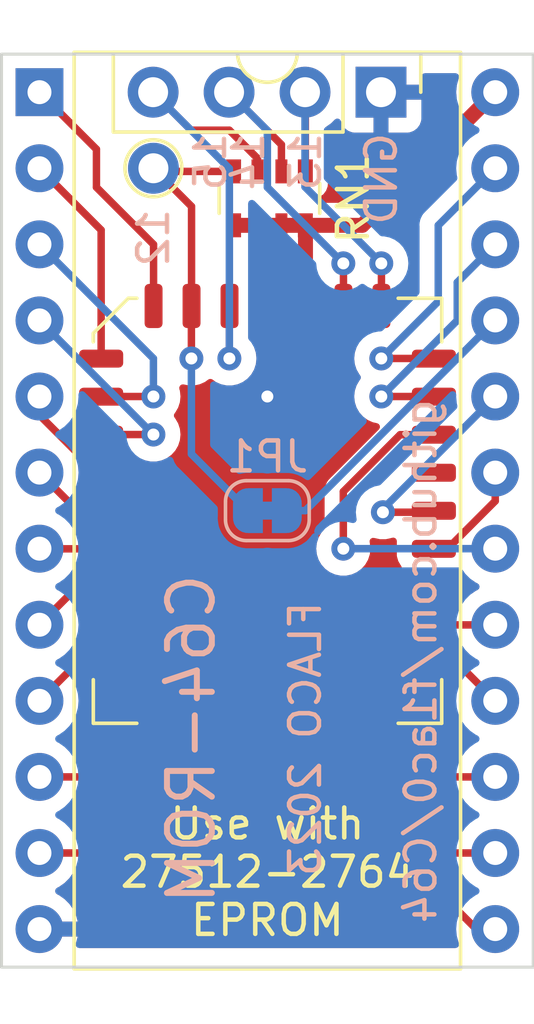
<source format=kicad_pcb>
(kicad_pcb (version 20221018) (generator pcbnew)
  (title_block (title "C64-ROM-PLCC") (date "2023-03-03") (rev "0.1") (company "FLACO 2023") (comment 1 "Adapted from https://github.com/SukkoPera/Open2327RomAdapter"))
  (layers (0 "F.Cu" signal) (31 "B.Cu" signal) (34 "B.Paste" user) (35 "F.Paste" user) (36 "B.SilkS" user "B.Silkscreen") (37 "F.SilkS" user "F.Silkscreen") (38 "B.Mask" user) (39 "F.Mask" user) (44 "Edge.Cuts" user))
  (net 0 "")
  (net 1 "/A7")
  (net 2 "/A6")
  (net 3 "/A5")
  (net 4 "/A4")
  (net 5 "/A3")
  (net 6 "/A2")
  (net 7 "/A1")
  (net 8 "/A0")
  (net 9 "/D0")
  (net 10 "/D1")
  (net 11 "/D2")
  (net 12 "GND")
  (net 13 "/D3")
  (net 14 "/D4")
  (net 15 "/D5")
  (net 16 "/D6")
  (net 17 "/D7")
  (net 18 "/A11")
  (net 19 "/A10")
  (net 20 "/{slash}CE")
  (net 21 "/A12")
  (net 22 "/A9")
  (net 23 "/A8")
  (net 24 "+5V")
  (net 25 "/ROMA13")
  (net 26 "/ROMA14")
  (net 27 "/ROMA15")
  (net 28 "/ROMA12")
  (footprint "Resistor_SMD:R_Array_Convex_4x0603" (layer "F.Cu") (at 134.69 79.745 -90)
    (fp_text reference "RN1" (at 0 -2.8 90) (layer "F.SilkS"))
    (fp_text value "10k")
    (fp_line (start 0.5 -1.68) (end -0.5 -1.68) (stroke (width 0.12)) (layer "F.SilkS"))
    (fp_line (start 0.5 1.68) (end -0.5 1.68) (stroke (width 0.12)) (layer "F.SilkS"))
    (pad "1" smd rect (at -0.9 -1.2 270) (size 0.8 0.5) (layers "F.Cu" "F.Paste" "F.Mask") (net 25 "/ROMA13"))
    (pad "2" smd rect (at -0.9 -0.4 270) (size 0.8 0.4) (layers "F.Cu" "F.Paste" "F.Mask") (net 26 "/ROMA14"))
    (pad "3" smd rect (at -0.9 0.4 270) (size 0.8 0.4) (layers "F.Cu" "F.Paste" "F.Mask") (net 27 "/ROMA15"))
    (pad "4" smd rect (at -0.9 1.2 270) (size 0.8 0.5) (layers "F.Cu" "F.Paste" "F.Mask") (net 28 "/ROMA12"))
    (pad "5" smd rect (at 0.9 1.2 270) (size 0.8 0.5) (layers "F.Cu" "F.Paste" "F.Mask") (net 24 "+5V"))
    (pad "6" smd rect (at 0.9 0.4 270) (size 0.8 0.4) (layers "F.Cu" "F.Paste" "F.Mask") (net 24 "+5V"))
    (pad "7" smd rect (at 0.9 -0.4 270) (size 0.8 0.4) (layers "F.Cu" "F.Paste" "F.Mask") (net 24 "+5V"))
    (pad "8" smd rect (at 0.9 -1.2 270) (size 0.8 0.5) (layers "F.Cu" "F.Paste" "F.Mask") (net 24 "+5V"))
  )
  (footprint "Connector_PinHeader_2.54mm:PinHeader_1x04_P2.54mm_Vertical" (layer "F.Cu") (at 138.42 76.2 -90)
    (fp_text reference "J2" hide)
    (fp_text value "A13-15")
    (fp_line (start -1.33 -1.33) (end 0 -1.33) (stroke (width 0.12)) (layer "F.SilkS"))
    (fp_line (start -1.33 0) (end -1.33 -1.33) (stroke (width 0.12)) (layer "F.SilkS"))
    (fp_line (start -1.33 1.27) (end -1.33 8.95) (stroke (width 0.12)) (layer "F.SilkS"))
    (fp_line (start -1.33 1.27) (end 1.33 1.27) (stroke (width 0.12)) (layer "F.SilkS"))
    (fp_line (start -1.33 8.95) (end 1.33 8.95) (stroke (width 0.12)) (layer "F.SilkS"))
    (fp_line (start 1.33 1.27) (end 1.33 8.95) (stroke (width 0.12)) (layer "F.SilkS"))
    (pad "1" thru_hole rect (at 0 0 270) (size 1.7 1.7) (drill 1) (layers "*.Cu" "*.Mask") (net 12 "GND"))
    (pad "2" thru_hole oval (at 0 2.54 270) (size 1.7 1.7) (drill 1) (layers "*.Cu" "*.Mask") (net 25 "/ROMA13"))
    (pad "3" thru_hole oval (at 0 5.08 270) (size 1.7 1.7) (drill 1) (layers "*.Cu" "*.Mask") (net 26 "/ROMA14"))
    (pad "4" thru_hole oval (at 0 7.62 270) (size 1.7 1.7) (drill 1) (layers "*.Cu" "*.Mask") (net 27 "/ROMA15"))
  )
  (footprint "Sassa:TestPoint_THTPad_D1.7mm_Drill1.0mm" (layer "F.Cu") (at 130.81 78.74)
    (fp_text reference "J3" hide)
    (fp_text value "A12")
    (fp_circle (center 0 0) (end 0 0.95) (stroke (width 0.12)) (fill none) (layer "F.SilkS"))
    (pad "1" thru_hole circle (at 0 0) (size 1.7 1.7) (drill 1) (layers "*.Cu" "*.Mask") (net 28 "/ROMA12"))
  )
  (footprint "Package_LCC:PLCC-32_11.4x14.0mm_P1.27mm" (layer "F.Cu") (at 134.625 90.175)
    (fp_text reference "U1" hide)
    (fp_text value "27C512PLCC")
    (fp_line (start -5.825 -5.922782) (end -5.825 -5.64) (stroke (width 0.12)) (layer "F.SilkS"))
    (fp_line (start -5.825 7.095) (end -5.825 5.64) (stroke (width 0.12)) (layer "F.SilkS"))
    (fp_line (start -4.652782 -7.095) (end -5.825 -5.922782) (stroke (width 0.12)) (layer "F.SilkS"))
    (fp_line (start -4.37 -7.095) (end -4.652782 -7.095) (stroke (width 0.12)) (layer "F.SilkS"))
    (fp_line (start -4.37 7.095) (end -5.825 7.095) (stroke (width 0.12)) (layer "F.SilkS"))
    (fp_line (start 4.37 -7.095) (end 5.825 -7.095) (stroke (width 0.12)) (layer "F.SilkS"))
    (fp_line (start 4.37 7.095) (end 5.825 7.095) (stroke (width 0.12)) (layer "F.SilkS"))
    (fp_line (start 5.825 -7.095) (end 5.825 -5.64) (stroke (width 0.12)) (layer "F.SilkS"))
    (fp_line (start 5.825 7.095) (end 5.825 5.64) (stroke (width 0.12)) (layer "F.SilkS"))
    (pad "1" smd roundrect (at 0 -6.8375) (size 0.6 1.475) (layers "F.Cu" "F.Paste" "F.Mask"))
    (pad "2" smd roundrect (at -1.27 -6.8375) (size 0.6 1.475) (layers "F.Cu" "F.Paste" "F.Mask") (net 27 "/ROMA15"))
    (pad "3" smd roundrect (at -2.54 -6.8375) (size 0.6 1.475) (layers "F.Cu" "F.Paste" "F.Mask") (net 28 "/ROMA12"))
    (pad "4" smd roundrect (at -3.81 -6.8375) (size 0.6 1.475) (layers "F.Cu" "F.Paste" "F.Mask") (net 1 "/A7"))
    (pad "5" smd roundrect (at -5.5625 -5.08) (size 1.475 0.6) (layers "F.Cu" "F.Paste" "F.Mask") (net 2 "/A6"))
    (pad "6" smd roundrect (at -5.5625 -3.81) (size 1.475 0.6) (layers "F.Cu" "F.Paste" "F.Mask") (net 3 "/A5"))
    (pad "7" smd roundrect (at -5.5625 -2.54) (size 1.475 0.6) (layers "F.Cu" "F.Paste" "F.Mask") (net 4 "/A4"))
    (pad "8" smd roundrect (at -5.5625 -1.27) (size 1.475 0.6) (layers "F.Cu" "F.Paste" "F.Mask") (net 5 "/A3"))
    (pad "9" smd roundrect (at -5.5625 0) (size 1.475 0.6) (layers "F.Cu" "F.Paste" "F.Mask") (net 6 "/A2"))
    (pad "10" smd roundrect (at -5.5625 1.27) (size 1.475 0.6) (layers "F.Cu" "F.Paste" "F.Mask") (net 7 "/A1"))
    (pad "11" smd roundrect (at -5.5625 2.54) (size 1.475 0.6) (layers "F.Cu" "F.Paste" "F.Mask") (net 8 "/A0"))
    (pad "12" smd roundrect (at -5.5625 3.81) (size 1.475 0.6) (layers "F.Cu" "F.Paste" "F.Mask"))
    (pad "13" smd roundrect (at -5.5625 5.08) (size 1.475 0.6) (layers "F.Cu" "F.Paste" "F.Mask") (net 9 "/D0"))
    (pad "14" smd roundrect (at -3.81 6.8375) (size 0.6 1.475) (layers "F.Cu" "F.Paste" "F.Mask") (net 10 "/D1"))
    (pad "15" smd roundrect (at -2.54 6.8375) (size 0.6 1.475) (layers "F.Cu" "F.Paste" "F.Mask") (net 11 "/D2"))
    (pad "16" smd roundrect (at -1.27 6.8375) (size 0.6 1.475) (layers "F.Cu" "F.Paste" "F.Mask") (net 12 "GND"))
    (pad "17" smd roundrect (at 0 6.8375) (size 0.6 1.475) (layers "F.Cu" "F.Paste" "F.Mask"))
    (pad "18" smd roundrect (at 1.27 6.8375) (size 0.6 1.475) (layers "F.Cu" "F.Paste" "F.Mask") (net 13 "/D3"))
    (pad "19" smd roundrect (at 2.54 6.8375) (size 0.6 1.475) (layers "F.Cu" "F.Paste" "F.Mask") (net 14 "/D4"))
    (pad "20" smd roundrect (at 3.81 6.8375) (size 0.6 1.475) (layers "F.Cu" "F.Paste" "F.Mask") (net 15 "/D5"))
    (pad "21" smd roundrect (at 5.5625 5.08) (size 1.475 0.6) (layers "F.Cu" "F.Paste" "F.Mask") (net 16 "/D6"))
    (pad "22" smd roundrect (at 5.5625 3.81) (size 1.475 0.6) (layers "F.Cu" "F.Paste" "F.Mask") (net 17 "/D7"))
    (pad "23" smd roundrect (at 5.5625 2.54) (size 1.475 0.6) (layers "F.Cu" "F.Paste" "F.Mask") (net 12 "GND"))
    (pad "24" smd roundrect (at 5.5625 1.27) (size 1.475 0.6) (layers "F.Cu" "F.Paste" "F.Mask") (net 19 "/A10"))
    (pad "25" smd roundrect (at 5.5625 0) (size 1.475 0.6) (layers "F.Cu" "F.Paste" "F.Mask") (net 20 "/{slash}CE"))
    (pad "26" smd roundrect (at 5.5625 -1.27) (size 1.475 0.6) (layers "F.Cu" "F.Paste" "F.Mask"))
    (pad "27" smd roundrect (at 5.5625 -2.54) (size 1.475 0.6) (layers "F.Cu" "F.Paste" "F.Mask") (net 18 "/A11"))
    (pad "28" smd roundrect (at 5.5625 -3.81) (size 1.475 0.6) (layers "F.Cu" "F.Paste" "F.Mask") (net 22 "/A9"))
    (pad "29" smd roundrect (at 5.5625 -5.08) (size 1.475 0.6) (layers "F.Cu" "F.Paste" "F.Mask") (net 23 "/A8"))
    (pad "30" smd roundrect (at 3.81 -6.8375) (size 0.6 1.475) (layers "F.Cu" "F.Paste" "F.Mask") (net 25 "/ROMA13"))
    (pad "31" smd roundrect (at 2.54 -6.8375) (size 0.6 1.475) (layers "F.Cu" "F.Paste" "F.Mask") (net 26 "/ROMA14"))
    (pad "32" smd roundrect (at 1.27 -6.8375) (size 0.6 1.475) (layers "F.Cu" "F.Paste" "F.Mask") (net 24 "+5V"))
  )
  (footprint "Package_DIP:DIP-24_W15.24mm" (layer "F.Cu") (at 127 76.2)
    (fp_text reference "J1" hide)
    (fp_text value "C64_ROM_socket")
    (fp_line (start 1.16 -1.33) (end 1.16 29.27) (stroke (width 0.12)) (layer "F.SilkS"))
    (fp_line (start 1.16 29.27) (end 14.08 29.27) (stroke (width 0.12)) (layer "F.SilkS"))
    (fp_line (start 6.62 -1.33) (end 1.16 -1.33) (stroke (width 0.12)) (layer "F.SilkS"))
    (fp_line (start 14.08 -1.33) (end 8.62 -1.33) (stroke (width 0.12)) (layer "F.SilkS"))
    (fp_line (start 14.08 29.27) (end 14.08 -1.33) (stroke (width 0.12)) (layer "F.SilkS"))
    (fp_arc (start 8.62 -1.33) (mid 7.62 -0.33) (end 6.62 -1.33) (stroke (width 0.12)) (layer "F.SilkS"))
    (pad "1" thru_hole rect (at 0 0) (size 1.6 1.6) (drill 0.8) (layers "*.Cu" "*.Mask") (net 1 "/A7"))
    (pad "2" thru_hole oval (at 0 2.54) (size 1.6 1.6) (drill 0.8) (layers "*.Cu" "*.Mask") (net 2 "/A6"))
    (pad "3" thru_hole oval (at 0 5.08) (size 1.6 1.6) (drill 0.8) (layers "*.Cu" "*.Mask") (net 3 "/A5"))
    (pad "4" thru_hole oval (at 0 7.62) (size 1.6 1.6) (drill 0.8) (layers "*.Cu" "*.Mask") (net 4 "/A4"))
    (pad "5" thru_hole oval (at 0 10.16) (size 1.6 1.6) (drill 0.8) (layers "*.Cu" "*.Mask") (net 5 "/A3"))
    (pad "6" thru_hole oval (at 0 12.7) (size 1.6 1.6) (drill 0.8) (layers "*.Cu" "*.Mask") (net 6 "/A2"))
    (pad "7" thru_hole oval (at 0 15.24) (size 1.6 1.6) (drill 0.8) (layers "*.Cu" "*.Mask") (net 7 "/A1"))
    (pad "8" thru_hole oval (at 0 17.78) (size 1.6 1.6) (drill 0.8) (layers "*.Cu" "*.Mask") (net 8 "/A0"))
    (pad "9" thru_hole oval (at 0 20.32) (size 1.6 1.6) (drill 0.8) (layers "*.Cu" "*.Mask") (net 9 "/D0"))
    (pad "10" thru_hole oval (at 0 22.86) (size 1.6 1.6) (drill 0.8) (layers "*.Cu" "*.Mask") (net 10 "/D1"))
    (pad "11" thru_hole oval (at 0 25.4) (size 1.6 1.6) (drill 0.8) (layers "*.Cu" "*.Mask") (net 11 "/D2"))
    (pad "12" thru_hole oval (at 0 27.94) (size 1.6 1.6) (drill 0.8) (layers "*.Cu" "*.Mask") (net 12 "GND"))
    (pad "13" thru_hole oval (at 15.24 27.94) (size 1.6 1.6) (drill 0.8) (layers "*.Cu" "*.Mask") (net 13 "/D3"))
    (pad "14" thru_hole oval (at 15.24 25.4) (size 1.6 1.6) (drill 0.8) (layers "*.Cu" "*.Mask") (net 14 "/D4"))
    (pad "15" thru_hole oval (at 15.24 22.86) (size 1.6 1.6) (drill 0.8) (layers "*.Cu" "*.Mask") (net 15 "/D5"))
    (pad "16" thru_hole oval (at 15.24 20.32) (size 1.6 1.6) (drill 0.8) (layers "*.Cu" "*.Mask") (net 16 "/D6"))
    (pad "17" thru_hole oval (at 15.24 17.78) (size 1.6 1.6) (drill 0.8) (layers "*.Cu" "*.Mask") (net 17 "/D7"))
    (pad "18" thru_hole oval (at 15.24 15.24) (size 1.6 1.6) (drill 0.8) (layers "*.Cu" "*.Mask") (net 18 "/A11"))
    (pad "19" thru_hole oval (at 15.24 12.7) (size 1.6 1.6) (drill 0.8) (layers "*.Cu" "*.Mask") (net 19 "/A10"))
    (pad "20" thru_hole oval (at 15.24 10.16) (size 1.6 1.6) (drill 0.8) (layers "*.Cu" "*.Mask") (net 20 "/{slash}CE"))
    (pad "21" thru_hole oval (at 15.24 7.62) (size 1.6 1.6) (drill 0.8) (layers "*.Cu" "*.Mask") (net 21 "/A12"))
    (pad "22" thru_hole oval (at 15.24 5.08) (size 1.6 1.6) (drill 0.8) (layers "*.Cu" "*.Mask") (net 22 "/A9"))
    (pad "23" thru_hole oval (at 15.24 2.54) (size 1.6 1.6) (drill 0.8) (layers "*.Cu" "*.Mask") (net 23 "/A8"))
    (pad "24" thru_hole oval (at 15.24 0) (size 1.6 1.6) (drill 0.8) (layers "*.Cu" "*.Mask") (net 24 "+5V"))
  )
  (footprint "Jumper:SolderJumper-2_P1.3mm_Bridged_RoundedPad1.0x1.5mm" (layer "B.Cu") (at 134.62 90.17 180)
    (fp_text reference "JP1" (at 0 1.8) (layer "B.SilkS") (effects (justify mirror)))
    (fp_text value "Jumper_2_Bridged")
    (fp_poly (pts (xy 0.25 0.3) (xy -0.25 0.3) (xy -0.25 -0.3) (xy 0.25 -0.3)) (fill solid) (layer "B.Cu"))
    (fp_line (start -1.4 -0.3) (end -1.4 0.3) (stroke (width 0.12)) (layer "B.SilkS"))
    (fp_line (start -0.7 1) (end 0.7 1) (stroke (width 0.12)) (layer "B.SilkS"))
    (fp_line (start 0.7 -1) (end -0.7 -1) (stroke (width 0.12)) (layer "B.SilkS"))
    (fp_line (start 1.4 0.3) (end 1.4 -0.3) (stroke (width 0.12)) (layer "B.SilkS"))
    (fp_arc (start -1.4 -0.3) (mid -1.194975 -0.794975) (end -0.7 -1) (stroke (width 0.12)) (layer "B.SilkS"))
    (fp_arc (start -0.7 1) (mid -1.194975 0.794975) (end -1.4 0.3) (stroke (width 0.12)) (layer "B.SilkS"))
    (fp_arc (start 0.7 -1) (mid 1.194975 -0.794975) (end 1.4 -0.3) (stroke (width 0.12)) (layer "B.SilkS"))
    (fp_arc (start 1.4 0.3) (mid 1.194975 0.794975) (end 0.7 1) (stroke (width 0.12)) (layer "B.SilkS"))
    (pad "1" smd custom (at -0.65 0 180) (size 1 0.5) (layers "B.Cu" "B.Mask") (net 21 "/A12") (options (clearance outline) (anchor rect)) (primitives (gr_circle (center 0 -0.25) (end 0.5 -0.25) (width 0) (fill yes)) (gr_circle (center 0 0.25) (end 0.5 0.25) (width 0) (fill yes)) (gr_poly (pts (xy 0.5 -0.75) (xy 0 -0.75) (xy 0 0.75) (xy 0.5 0.75)) (width 0) (fill yes))))
    (pad "2" smd custom (at 0.65 0 180) (size 1 0.5) (layers "B.Cu" "B.Mask") (net 28 "/ROMA12") (options (clearance outline) (anchor rect)) (primitives (gr_circle (center 0 -0.25) (end 0.5 -0.25) (width 0) (fill yes)) (gr_circle (center 0 0.25) (end 0.5 0.25) (width 0) (fill yes)) (gr_poly (pts (xy 0 -0.75) (xy -0.5 -0.75) (xy -0.5 0.75) (xy 0 0.75)) (width 0) (fill yes))))
  )
  (gr_line (start 143.51 105.41) (end 125.73 105.41) (stroke (width 0.1)) (layer "Edge.Cuts"))
  (gr_line (start 125.73 74.93) (end 143.51 74.93) (stroke (width 0.1)) (layer "Edge.Cuts"))
  (gr_line (start 125.73 105.41) (end 125.73 74.93) (stroke (width 0.1)) (layer "Edge.Cuts"))
  (gr_line (start 143.51 74.93) (end 143.51 105.41) (stroke (width 0.1)) (layer "Edge.Cuts"))
  (gr_text "12" (at 130.81 80.01 90) (layer "B.SilkS") (effects (font (size 1 1)) (justify left mirror)))
  (gr_text "14" (at 133.985 77.47 90) (layer "B.SilkS") (effects (font (size 1 1)) (justify left mirror)))
  (gr_text "GND" (at 138.43 77.47 90) (layer "B.SilkS") (effects (font (size 1 1)) (justify left mirror)))
  (gr_text "FLACO 2023" (at 135.89 97.79 90) (layer "B.SilkS") (effects (font (size 1 1)) (justify mirror)))
  (gr_text "13" (at 135.89 77.47 90) (layer "B.SilkS") (effects (font (size 1 1)) (justify left mirror)))
  (gr_text "C64-ROM" (at 132.08 97.79 90) (layer "B.SilkS") (effects (font (size 1.5 1.5) (thickness 0.2)) (justify mirror)))
  (gr_text "github.com/f1ac0/C64" (at 140.335 86.36 90) (layer "B.SilkS") (effects (font (size 1 1)) (justify left bottom mirror)))
  (gr_text "15" (at 132.715 77.47 90) (layer "B.SilkS") (effects (font (size 1 1)) (justify left mirror)))
  (gr_text "Use with\n27512-2764\nEPROM" (at 134.62 102.235) (layer "F.SilkS") (effects (font (size 1 1))))
  (segment (start 130.815 81.285) (end 128.905 79.375) (width 0.25) (layer "F.Cu") (net 1))
  (segment (start 128.905 78.105) (end 127 76.2) (width 0.25) (layer "F.Cu") (net 1))
  (segment (start 128.905 79.375) (end 128.905 78.105) (width 0.25) (layer "F.Cu") (net 1))
  (segment (start 130.815 83.3375) (end 130.815 81.285) (width 0.25) (layer "F.Cu") (net 1))
  (segment (start 129.0625 80.8025) (end 127 78.74) (width 0.25) (layer "F.Cu") (net 2))
  (segment (start 129.0625 85.095) (end 129.0625 80.8025) (width 0.25) (layer "F.Cu") (net 2))
  (segment (start 129.0675 86.36) (end 129.0625 86.365) (width 0.25) (layer "F.Cu") (net 3))
  (segment (start 130.81 86.36) (end 129.0675 86.36) (width 0.25) (layer "F.Cu") (net 3))
  (via (at 130.81 86.36) (size 0.8) (drill 0.4) (layers "F.Cu" "B.Cu") (net 3))
  (segment (start 127 81.28) (end 130.81 85.09) (width 0.25) (layer "B.Cu") (net 3))
  (segment (start 130.81 85.09) (end 130.81 86.36) (width 0.25) (layer "B.Cu") (net 3))
  (segment (start 129.0675 87.63) (end 129.0625 87.635) (width 0.25) (layer "F.Cu") (net 4))
  (segment (start 130.81 87.63) (end 129.0675 87.63) (width 0.25) (layer "F.Cu") (net 4))
  (via (at 130.81 87.63) (size 0.8) (drill 0.4) (layers "F.Cu" "B.Cu") (net 4))
  (segment (start 127 83.82) (end 130.81 87.63) (width 0.25) (layer "B.Cu") (net 4))
  (segment (start 127 86.981751) (end 127 86.36) (width 0.25) (layer "F.Cu") (net 5))
  (segment (start 128.923249 88.905) (end 127 86.981751) (width 0.25) (layer "F.Cu") (net 5))
  (segment (start 129.0625 88.905) (end 128.923249 88.905) (width 0.25) (layer "F.Cu") (net 5))
  (segment (start 128.275 90.175) (end 127 88.9) (width 0.25) (layer "F.Cu") (net 6))
  (segment (start 129.0625 90.175) (end 128.275 90.175) (width 0.25) (layer "F.Cu") (net 6))
  (segment (start 127.005 91.445) (end 127 91.44) (width 0.25) (layer "F.Cu") (net 7))
  (segment (start 129.0625 91.445) (end 127.005 91.445) (width 0.25) (layer "F.Cu") (net 7))
  (segment (start 129.0625 92.715) (end 128.265 92.715) (width 0.25) (layer "F.Cu") (net 8))
  (segment (start 128.265 92.715) (end 127 93.98) (width 0.25) (layer "F.Cu") (net 8))
  (segment (start 128.265 95.255) (end 127 96.52) (width 0.25) (layer "F.Cu") (net 9))
  (segment (start 129.0625 95.255) (end 128.265 95.255) (width 0.25) (layer "F.Cu") (net 9))
  (segment (start 130.815 98.35125) (end 130.10625 99.06) (width 0.25) (layer "F.Cu") (net 10))
  (segment (start 130.10625 99.06) (end 127 99.06) (width 0.25) (layer "F.Cu") (net 10))
  (segment (start 130.815 97.0125) (end 130.815 98.35125) (width 0.25) (layer "F.Cu") (net 10))
  (segment (start 128.905 101.6) (end 127 101.6) (width 0.25) (layer "F.Cu") (net 11))
  (segment (start 132.085 98.42) (end 128.905 101.6) (width 0.25) (layer "F.Cu") (net 11))
  (segment (start 132.085 97.0125) (end 132.085 98.42) (width 0.25) (layer "F.Cu") (net 11))
  (segment (start 130.81 104.14) (end 127 104.14) (width 0.5) (layer "F.Cu") (net 12))
  (segment (start 133.355 101.595) (end 130.81 104.14) (width 0.5) (layer "F.Cu") (net 12))
  (segment (start 133.355 97.0125) (end 133.355 101.595) (width 0.5) (layer "F.Cu") (net 12))
  (via (at 134.62 86.36) (size 0.8) (drill 0.4) (layers "F.Cu" "B.Cu") (net 12))
  (segment (start 135.895 97.0125) (end 135.895 98.43) (width 0.25) (layer "F.Cu") (net 13))
  (segment (start 135.895 98.43) (end 141.605 104.14) (width 0.25) (layer "F.Cu") (net 13))
  (segment (start 141.605 104.14) (end 142.24 104.14) (width 0.25) (layer "F.Cu") (net 13))
  (segment (start 137.165 97.0125) (end 137.165 98.43) (width 0.25) (layer "F.Cu") (net 14))
  (segment (start 137.165 98.43) (end 140.335 101.6) (width 0.25) (layer "F.Cu") (net 14))
  (segment (start 140.335 101.6) (end 142.24 101.6) (width 0.25) (layer "F.Cu") (net 14))
  (segment (start 138.435 98.35625) (end 139.13875 99.06) (width 0.25) (layer "F.Cu") (net 15))
  (segment (start 139.13875 99.06) (end 142.24 99.06) (width 0.25) (layer "F.Cu") (net 15))
  (segment (start 138.435 97.0125) (end 138.435 98.35625) (width 0.25) (layer "F.Cu") (net 15))
  (segment (start 140.975 95.255) (end 142.24 96.52) (width 0.25) (layer "F.Cu") (net 16))
  (segment (start 140.1875 95.255) (end 140.975 95.255) (width 0.25) (layer "F.Cu") (net 16))
  (segment (start 142.235 93.985) (end 142.24 93.98) (width 0.25) (layer "F.Cu") (net 17))
  (segment (start 140.1875 93.985) (end 142.235 93.985) (width 0.25) (layer "F.Cu") (net 17))
  (segment (start 137.16 89.535) (end 137.16 91.44) (width 0.25) (layer "F.Cu") (net 18))
  (segment (start 139.06 87.635) (end 137.16 89.535) (width 0.25) (layer "F.Cu") (net 18))
  (segment (start 140.1875 87.635) (end 139.06 87.635) (width 0.25) (layer "F.Cu") (net 18))
  (via (at 137.16 91.44) (size 0.8) (drill 0.4) (layers "F.Cu" "B.Cu") (net 18))
  (segment (start 137.16 91.44) (end 142.24 91.44) (width 0.25) (layer "B.Cu") (net 18))
  (segment (start 140.644009 91.445) (end 142.24 89.849009) (width 0.25) (layer "F.Cu") (net 19))
  (segment (start 142.24 89.849009) (end 142.24 88.9) (width 0.25) (layer "F.Cu") (net 19))
  (segment (start 140.1875 91.445) (end 140.644009 91.445) (width 0.25) (layer "F.Cu") (net 19))
  (segment (start 140.138576 90.223924) (end 140.1875 90.175) (width 0.25) (layer "F.Cu") (net 20))
  (segment (start 138.483924 90.223924) (end 140.138576 90.223924) (width 0.25) (layer "F.Cu") (net 20))
  (via (at 138.483924 90.223924) (size 0.8) (drill 0.4) (layers "F.Cu" "B.Cu") (net 20))
  (segment (start 138.483924 90.116076) (end 138.483924 90.223924) (width 0.25) (layer "B.Cu") (net 20))
  (segment (start 142.24 86.36) (end 138.483924 90.116076) (width 0.25) (layer "B.Cu") (net 20))
  (segment (start 142.24 83.82) (end 135.89 90.17) (width 0.25) (layer "B.Cu") (net 21))
  (segment (start 135.89 90.17) (end 135.27 90.17) (width 0.25) (layer "B.Cu") (net 21))
  (segment (start 140.1825 86.36) (end 140.1875 86.365) (width 0.25) (layer "F.Cu") (net 22))
  (segment (start 138.43 86.36) (end 140.1825 86.36) (width 0.25) (layer "F.Cu") (net 22))
  (via (at 138.43 86.36) (size 0.8) (drill 0.4) (layers "F.Cu" "B.Cu") (net 22))
  (segment (start 140.97 83.82) (end 138.43 86.36) (width 0.25) (layer "B.Cu") (net 22))
  (segment (start 140.97 82.55) (end 140.97 83.82) (width 0.25) (layer "B.Cu") (net 22))
  (segment (start 142.24 81.28) (end 140.97 82.55) (width 0.25) (layer "B.Cu") (net 22))
  (segment (start 138.43 85.09) (end 140.1825 85.09) (width 0.25) (layer "F.Cu") (net 23))
  (segment (start 140.1825 85.09) (end 140.1875 85.095) (width 0.25) (layer "F.Cu") (net 23))
  (via (at 138.43 85.09) (size 0.8) (drill 0.4) (layers "F.Cu" "B.Cu") (net 23))
  (segment (start 142.24 78.74) (end 140.335 80.645) (width 0.25) (layer "B.Cu") (net 23))
  (segment (start 140.335 80.645) (end 140.335 83.185) (width 0.25) (layer "B.Cu") (net 23))
  (segment (start 140.335 83.185) (end 138.43 85.09) (width 0.25) (layer "B.Cu") (net 23))
  (segment (start 135.895 83.3375) (end 135.895 80.65) (width 0.5) (layer "F.Cu") (net 24))
  (segment (start 137.795 80.645) (end 133.49 80.645) (width 0.5) (layer "F.Cu") (net 24))
  (segment (start 142.24 76.2) (end 137.795 80.645) (width 0.5) (layer "F.Cu") (net 24))
  (segment (start 135.895 80.65) (end 135.89 80.645) (width 0.5) (layer "F.Cu") (net 24))
  (segment (start 138.43 81.915) (end 138.435 81.92) (width 0.25) (layer "F.Cu") (net 25))
  (segment (start 138.435 81.92) (end 138.435 83.3375) (width 0.25) (layer "F.Cu") (net 25))
  (segment (start 135.89 76.21) (end 135.88 76.2) (width 0.25) (layer "F.Cu") (net 25))
  (segment (start 135.89 78.845) (end 135.89 76.21) (width 0.25) (layer "F.Cu") (net 25))
  (via (at 138.43 81.915) (size 0.8) (drill 0.4) (layers "F.Cu" "B.Cu") (net 25))
  (segment (start 138.43 81.915) (end 135.88 79.365) (width 0.25) (layer "B.Cu") (net 25))
  (segment (start 135.88 79.365) (end 135.88 76.2) (width 0.25) (layer "B.Cu") (net 25))
  (segment (start 137.16 81.915) (end 137.165 81.92) (width 0.25) (layer "F.Cu") (net 26))
  (segment (start 137.165 81.92) (end 137.165 83.3375) (width 0.25) (layer "F.Cu") (net 26))
  (segment (start 135.09 77.95) (end 133.34 76.2) (width 0.25) (layer "F.Cu") (net 26))
  (segment (start 135.09 78.845) (end 135.09 77.95) (width 0.25) (layer "F.Cu") (net 26))
  (via (at 137.16 81.915) (size 0.8) (drill 0.4) (layers "F.Cu" "B.Cu") (net 26))
  (segment (start 134.62 77.48) (end 133.34 76.2) (width 0.25) (layer "B.Cu") (net 26))
  (segment (start 137.16 81.915) (end 134.62 79.375) (width 0.25) (layer "B.Cu") (net 26))
  (segment (start 134.62 79.375) (end 134.62 77.48) (width 0.25) (layer "B.Cu") (net 26))
  (segment (start 133.35 83.3425) (end 133.355 83.3375) (width 0.25) (layer "F.Cu") (net 27))
  (segment (start 132.07 77.47) (end 130.8 76.2) (width 0.25) (layer "F.Cu") (net 27))
  (segment (start 133.35 77.47) (end 132.07 77.47) (width 0.25) (layer "F.Cu") (net 27))
  (segment (start 133.35 85.09) (end 133.35 83.3425) (width 0.25) (layer "F.Cu") (net 27))
  (segment (start 134.29 78.41) (end 133.35 77.47) (width 0.25) (layer "F.Cu") (net 27))
  (segment (start 134.29 78.845) (end 134.29 78.41) (width 0.25) (layer "F.Cu") (net 27))
  (via (at 133.35 85.09) (size 0.8) (drill 0.4) (layers "F.Cu" "B.Cu") (net 27))
  (segment (start 130.8 76.2) (end 133.35 78.75) (width 0.25) (layer "B.Cu") (net 27))
  (segment (start 133.35 78.75) (end 133.35 85.09) (width 0.25) (layer "B.Cu") (net 27))
  (segment (start 132.085 80.015) (end 130.81 78.74) (width 0.25) (layer "F.Cu") (net 28))
  (segment (start 132.08 83.3425) (end 132.085 83.3375) (width 0.25) (layer "F.Cu") (net 28))
  (segment (start 132.08 85.09) (end 132.08 83.3425) (width 0.25) (layer "F.Cu") (net 28))
  (segment (start 133.49 78.845) (end 130.915 78.845) (width 0.25) (layer "F.Cu") (net 28))
  (segment (start 130.915 78.845) (end 130.81 78.74) (width 0.25) (layer "F.Cu") (net 28))
  (segment (start 132.085 83.3375) (end 132.085 80.015) (width 0.25) (layer "F.Cu") (net 28))
  (via (at 132.08 85.09) (size 0.8) (drill 0.4) (layers "F.Cu" "B.Cu") (net 28))
  (segment (start 132.08 88.28) (end 133.97 90.17) (width 0.25) (layer "B.Cu") (net 28))
  (segment (start 132.08 85.09) (end 132.08 88.28) (width 0.25) (layer "B.Cu") (net 28))
  (zone (net 12) (net_name "GND") (layers "F&B.Cu") (connect_pads (clearance 0.5)) (min_thickness 0.25) (fill yes (thermal_gap 0.5) (thermal_bridge_width 0.5))
    (polygon (pts (xy 126.365 75.565) (xy 142.875 75.565) (xy 142.875 104.775) (xy 126.365 104.775)))
  )
)
</source>
